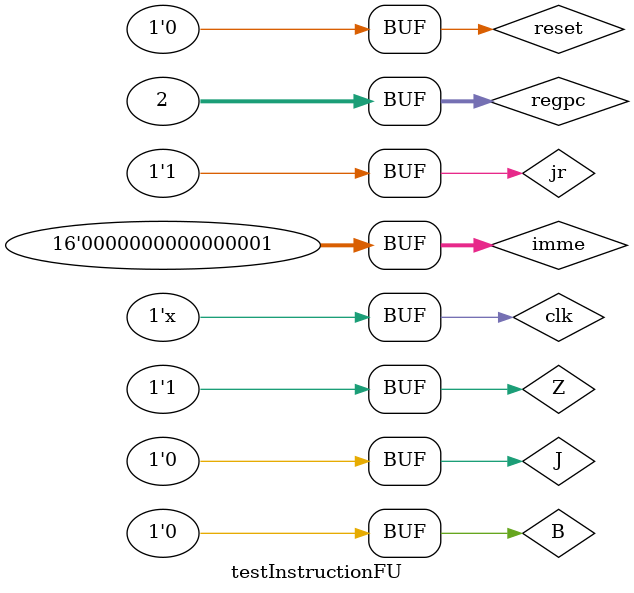
<source format=v>
module testInstructionFU ();
  reg B, J, Z, clk, reset, jr;
  reg [15:0] imme;
  reg [31:0] regpc;

  wire [31:0] ins, nextpc;

  initial begin
    B = 0;
    J = 0;
    Z = 0;
    clk = 0;
    reset = 1;
    jr = 0;

    imme = 1;
    regpc = 2;

    #20 reset = 0;
    #40 B = 1;
    #20 Z = 1;
    #20 B = 0;
    #20 J = 1;
    #20 J = 0;
    #20 jr = 1;

  end

  always #10 clk = ~clk;

    InstructionFU infu(B, J, Z, imme, ins, clk, reset, nextpc, jr, regpc);

endmodule // testInstructionFU

</source>
